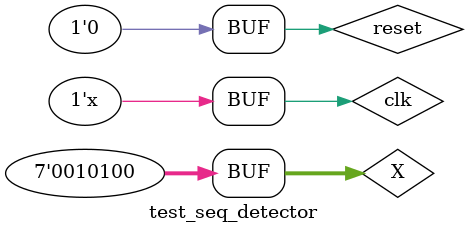
<source format=v>
`timescale 1ns / 1ps


module test_seq_detector;

	// Inputs
	reg [6:0] X;
	reg clk;
	reg reset;

	// Outputs
	wire Z;
	wire [2:0] state;
	wire [2:0] n;

	// Instantiate the Unit Under Test (UUT)
	seq_detector uut (
		.X(X), 
		.clk(clk), 
		.reset(reset), 
		.Z(Z), 
		.state(state), 
		.n(n)
	);

	initial begin
		// Initialize Inputs
		X = 7'b0010100;
		clk=0;
		reset = 1;

		// Wait 100 ns for global reset to finish
		#150
		reset=0;
		X = 7'b0010100;
		
        
		// Add stimulus here

	end
	always #20 clk=~clk;
      
endmodule


</source>
